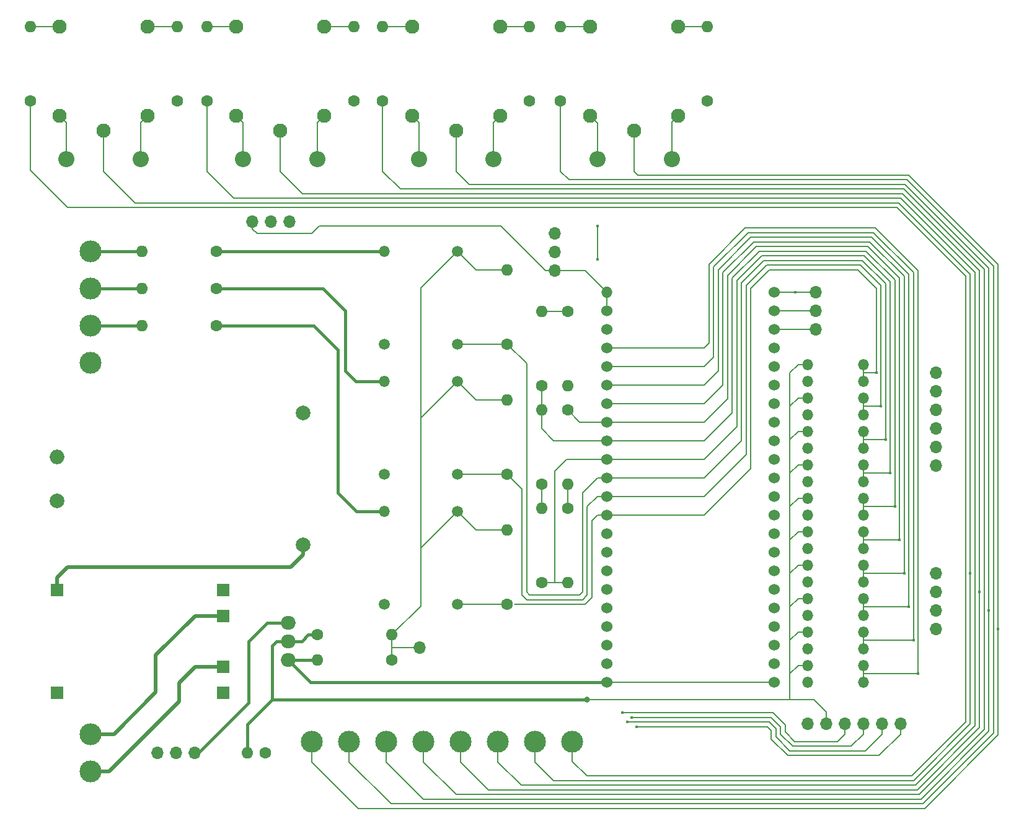
<source format=gbr>
%TF.GenerationSoftware,KiCad,Pcbnew,7.0.10*%
%TF.CreationDate,2024-04-01T07:54:26-03:00*%
%TF.ProjectId,board,626f6172-642e-46b6-9963-61645f706362,1.5*%
%TF.SameCoordinates,Original*%
%TF.FileFunction,Copper,L1,Top*%
%TF.FilePolarity,Positive*%
%FSLAX46Y46*%
G04 Gerber Fmt 4.6, Leading zero omitted, Abs format (unit mm)*
G04 Created by KiCad (PCBNEW 7.0.10) date 2024-04-01 07:54:26*
%MOMM*%
%LPD*%
G01*
G04 APERTURE LIST*
%TA.AperFunction,ComponentPad*%
%ADD10C,1.600000*%
%TD*%
%TA.AperFunction,ComponentPad*%
%ADD11O,1.600000X1.600000*%
%TD*%
%TA.AperFunction,ComponentPad*%
%ADD12O,3.000000X3.000000*%
%TD*%
%TA.AperFunction,ComponentPad*%
%ADD13C,3.000000*%
%TD*%
%TA.AperFunction,ComponentPad*%
%ADD14C,1.950000*%
%TD*%
%TA.AperFunction,ComponentPad*%
%ADD15O,1.700000X1.700000*%
%TD*%
%TA.AperFunction,ComponentPad*%
%ADD16O,1.500000X1.500000*%
%TD*%
%TA.AperFunction,ComponentPad*%
%ADD17O,1.508000X1.508000*%
%TD*%
%TA.AperFunction,ComponentPad*%
%ADD18C,1.508000*%
%TD*%
%TA.AperFunction,ComponentPad*%
%ADD19R,1.676400X1.676400*%
%TD*%
%TA.AperFunction,ComponentPad*%
%ADD20O,2.000000X2.000000*%
%TD*%
%TA.AperFunction,ComponentPad*%
%ADD21C,2.000000*%
%TD*%
%TA.AperFunction,ComponentPad*%
%ADD22O,2.200000X2.200000*%
%TD*%
%TA.AperFunction,ComponentPad*%
%ADD23O,1.530000X1.530000*%
%TD*%
%TA.AperFunction,ComponentPad*%
%ADD24C,1.530000*%
%TD*%
%TA.AperFunction,ComponentPad*%
%ADD25O,2.000000X1.905000*%
%TD*%
%TA.AperFunction,ViaPad*%
%ADD26C,0.400000*%
%TD*%
%TA.AperFunction,ViaPad*%
%ADD27C,0.800000*%
%TD*%
%TA.AperFunction,Conductor*%
%ADD28C,0.200000*%
%TD*%
%TA.AperFunction,Conductor*%
%ADD29C,0.400000*%
%TD*%
%TA.AperFunction,Conductor*%
%ADD30C,0.500000*%
%TD*%
G04 APERTURE END LIST*
D10*
%TO.P,R21,1*%
%TO.N,TC A-1*%
X150489400Y-48690400D03*
D11*
%TO.P,R21,2*%
%TO.N,Net-(K3-PadNO)*%
X150489400Y-38530400D03*
%TD*%
D12*
%TO.P,J6,1,Pin_1*%
%TO.N,C Cwave*%
X130931400Y-136297400D03*
D13*
%TO.P,J6,2,Pin_2*%
%TO.N,TC A-1*%
X136011400Y-136297400D03*
%TD*%
D14*
%TO.P,K2,COIL1*%
%TO.N,Select C Level*%
X110453400Y-50730400D03*
%TO.P,K2,COIL2*%
%TO.N,GND*%
X122453400Y-50730400D03*
%TO.P,K2,COM*%
%TO.N,B Cwave*%
X116453400Y-52730400D03*
%TO.P,K2,NC*%
%TO.N,Net-(K2-PadNC)*%
X110453400Y-38530400D03*
%TO.P,K2,NO*%
%TO.N,Net-(K2-PadNO)*%
X122453400Y-38530400D03*
%TD*%
D10*
%TO.P,R15,1*%
%TO.N,TC A-1*%
X82290400Y-48690400D03*
D11*
%TO.P,R15,2*%
%TO.N,Net-(K1-PadNC)*%
X82290400Y-38530400D03*
%TD*%
D14*
%TO.P,K4,COIL1*%
%TO.N,Select C Level*%
X158744400Y-50730400D03*
%TO.P,K4,COIL2*%
%TO.N,GND*%
X170744400Y-50730400D03*
%TO.P,K4,COM*%
%TO.N,N Cwave*%
X164744400Y-52730400D03*
%TO.P,K4,NC*%
%TO.N,Net-(K4-PadNC)*%
X158744400Y-38530400D03*
%TO.P,K4,NO*%
%TO.N,Net-(K4-PadNO)*%
X170744400Y-38530400D03*
%TD*%
D15*
%TO.P,P1,1,Pin_1*%
%TO.N,UART RX*%
X189605400Y-79909400D03*
%TO.P,P1,2,Pin_2*%
%TO.N,UART TX*%
X189605400Y-77369400D03*
%TO.P,P1,3,Pin_3*%
%TO.N,GND*%
X189605400Y-74829400D03*
%TD*%
D10*
%TO.P,R10,1*%
%TO.N,B Vwave*%
X152140400Y-101118400D03*
D11*
%TO.P,R10,2*%
%TO.N,AB Vwave*%
X152140400Y-90958400D03*
%TD*%
D10*
%TO.P,R22,1*%
%TO.N,TC A-1*%
X174746400Y-48690400D03*
D11*
%TO.P,R22,2*%
%TO.N,Net-(K4-PadNO)*%
X174746400Y-38530400D03*
%TD*%
D10*
%TO.P,R5,1*%
%TO.N,Net-(R5-Pad1)*%
X107690400Y-79401400D03*
D11*
%TO.P,R5,2*%
%TO.N,Line C*%
X97530400Y-79401400D03*
%TD*%
D16*
%TO.P,DZ5,1,K*%
%TO.N,Vcc*%
X188462400Y-93879400D03*
%TO.P,DZ5,2,A*%
%TO.N,A Vwave*%
X196082400Y-93879400D03*
%TD*%
D17*
%TO.P,T1,1*%
%TO.N,Net-(R3-Pad1)*%
X130630400Y-69241400D03*
D18*
%TO.P,T1,2*%
%TO.N,Neutral*%
X130630400Y-81941400D03*
%TO.P,T1,3*%
%TO.N,A Vwave*%
X140630400Y-81941400D03*
%TO.P,T1,4*%
%TO.N,TC A-1*%
X140630400Y-69241400D03*
%TD*%
D10*
%TO.P,R8,1*%
%TO.N,C Vwave*%
X147441400Y-117501400D03*
D11*
%TO.P,R8,2*%
%TO.N,TC A-1*%
X147441400Y-107341400D03*
%TD*%
D19*
%TO.P,U1,B+,B+*%
%TO.N,Battery +*%
X108665400Y-119081400D03*
%TO.P,U1,B-,B-*%
%TO.N,Battery -*%
X108665400Y-126081400D03*
%TO.P,U1,IN+,IN+*%
%TO.N,Net-(PS1-+Vout)*%
X85915400Y-115581400D03*
%TO.P,U1,IN-,IN-*%
%TO.N,Net-(PS1--Vout)*%
X85915400Y-129581400D03*
%TO.P,U1,OUT+,OUT+*%
%TO.N,Vin*%
X108665400Y-115581400D03*
%TO.P,U1,OUT-,OUT-*%
%TO.N,GND*%
X108665400Y-129581400D03*
%TD*%
D15*
%TO.P,P3,1,Pin_1*%
%TO.N,A Cwave*%
X205988400Y-113310400D03*
%TO.P,P3,2,Pin_2*%
%TO.N,B Cwave*%
X205988400Y-115850400D03*
%TO.P,P3,3,Pin_3*%
%TO.N,C Cwave*%
X205988400Y-118390400D03*
%TO.P,P3,4,Pin_4*%
%TO.N,N Cwave*%
X205988400Y-120930400D03*
%TD*%
D10*
%TO.P,R20,1*%
%TO.N,TC A-1*%
X126486400Y-48690400D03*
D11*
%TO.P,R20,2*%
%TO.N,Net-(K2-PadNO)*%
X126486400Y-38530400D03*
%TD*%
D16*
%TO.P,DZ13,1,K*%
%TO.N,Vcc*%
X188462400Y-112167400D03*
%TO.P,DZ13,2,A*%
%TO.N,A Cwave*%
X196082400Y-112167400D03*
%TD*%
%TO.P,DZ4,1,K*%
%TO.N,B Vwave*%
X196082400Y-91593400D03*
%TO.P,DZ4,2,A*%
%TO.N,GND*%
X188462400Y-91593400D03*
%TD*%
D15*
%TO.P,P2,1,Pin_1*%
%TO.N,TC A-1*%
X135452600Y-123394200D03*
%TD*%
D16*
%TO.P,DZ9,1,K*%
%TO.N,Vcc*%
X188462400Y-103023400D03*
%TO.P,DZ9,2,A*%
%TO.N,AB Vwave*%
X196082400Y-103023400D03*
%TD*%
%TO.P,DZ1,1,K*%
%TO.N,Vcc*%
X188457400Y-84735400D03*
%TO.P,DZ1,2,A*%
%TO.N,C Vwave*%
X196077400Y-84735400D03*
%TD*%
D10*
%TO.P,R11,1*%
%TO.N,BC Vwave*%
X152140400Y-114580400D03*
D11*
%TO.P,R11,2*%
%TO.N,B Vwave*%
X152140400Y-104420400D03*
%TD*%
%TO.P,C1,1*%
%TO.N,Vcc*%
X111921400Y-137821400D03*
D10*
%TO.P,C1,2*%
%TO.N,GND*%
X114421400Y-137821400D03*
%TD*%
D16*
%TO.P,DZ12,1,K*%
%TO.N,CA Vwave*%
X196082400Y-109881400D03*
%TO.P,DZ12,2,A*%
%TO.N,GND*%
X188462400Y-109881400D03*
%TD*%
D10*
%TO.P,R19,1*%
%TO.N,TC A-1*%
X102356400Y-48690400D03*
D11*
%TO.P,R19,2*%
%TO.N,Net-(K1-PadNO)*%
X102356400Y-38530400D03*
%TD*%
D10*
%TO.P,R1,1*%
%TO.N,Vcc*%
X121533400Y-121692400D03*
D11*
%TO.P,R1,2*%
%TO.N,TC A-1*%
X131693400Y-121692400D03*
%TD*%
D15*
%TO.P,SW3,1,A*%
%TO.N,Vcc*%
X112643400Y-65177400D03*
%TO.P,SW3,2,B*%
%TO.N,Select C Level*%
X115183400Y-65177400D03*
%TO.P,SW3,3,C*%
%TO.N,GND*%
X117723400Y-65177400D03*
%TD*%
D12*
%TO.P,J3,1,Pin_1*%
%TO.N,Line A*%
X90545400Y-69241400D03*
D13*
%TO.P,J3,2,Pin_2*%
%TO.N,Line B*%
X90545400Y-74321400D03*
%TD*%
D10*
%TO.P,R2,1*%
%TO.N,TC A-1*%
X131693400Y-125121400D03*
D11*
%TO.P,R2,2*%
%TO.N,GND*%
X121533400Y-125121400D03*
%TD*%
D16*
%TO.P,DZ8,1,K*%
%TO.N,BC Vwave*%
X196082400Y-100737400D03*
%TO.P,DZ8,2,A*%
%TO.N,GND*%
X188462400Y-100737400D03*
%TD*%
D10*
%TO.P,R9,1*%
%TO.N,AB Vwave*%
X152140400Y-87656400D03*
D11*
%TO.P,R9,2*%
%TO.N,A Vwave*%
X152140400Y-77496400D03*
%TD*%
D16*
%TO.P,DZ3,1,K*%
%TO.N,Vcc*%
X188457400Y-89307400D03*
%TO.P,DZ3,2,A*%
%TO.N,B Vwave*%
X196077400Y-89307400D03*
%TD*%
D17*
%TO.P,T2,1*%
%TO.N,Net-(R4-Pad1)*%
X130630400Y-87021400D03*
D18*
%TO.P,T2,2*%
%TO.N,Neutral*%
X130630400Y-99721400D03*
%TO.P,T2,3*%
%TO.N,B Vwave*%
X140630400Y-99721400D03*
%TO.P,T2,4*%
%TO.N,TC A-1*%
X140630400Y-87021400D03*
%TD*%
D16*
%TO.P,DZ17,1,K*%
%TO.N,Vcc*%
X188457400Y-121311400D03*
%TO.P,DZ17,2,A*%
%TO.N,C Cwave*%
X196077400Y-121311400D03*
%TD*%
D15*
%TO.P,SW2,1,A*%
%TO.N,Vcc*%
X153918400Y-71908400D03*
%TO.P,SW2,2,B*%
%TO.N,System Type*%
X153918400Y-69368400D03*
%TO.P,SW2,3,C*%
%TO.N,GND*%
X153918400Y-66828400D03*
%TD*%
D20*
%TO.P,PS1,1,AC/L*%
%TO.N,Line A*%
X85947900Y-97356400D03*
D21*
%TO.P,PS1,2,AC/N*%
%TO.N,Neutral*%
X85947900Y-103356400D03*
%TO.P,PS1,3,-Vout*%
%TO.N,Net-(PS1--Vout)*%
X119547900Y-91356400D03*
%TO.P,PS1,4,+Vout*%
%TO.N,Net-(PS1-+Vout)*%
X119547900Y-109356400D03*
%TD*%
D16*
%TO.P,DZ14,1,K*%
%TO.N,A Cwave*%
X196082400Y-114453400D03*
%TO.P,DZ14,2,A*%
%TO.N,GND*%
X188462400Y-114453400D03*
%TD*%
%TO.P,DZ2,1,K*%
%TO.N,C Vwave*%
X196082400Y-87021400D03*
%TO.P,DZ2,2,A*%
%TO.N,GND*%
X188462400Y-87021400D03*
%TD*%
%TO.P,DZ19,1,K*%
%TO.N,Vcc*%
X188462400Y-125883400D03*
%TO.P,DZ19,2,A*%
%TO.N,N Cwave*%
X196082400Y-125883400D03*
%TD*%
D12*
%TO.P,J4,1,Pin_1*%
%TO.N,A Cwave*%
X151251400Y-136297400D03*
D13*
%TO.P,J4,2,Pin_2*%
%TO.N,TC A-1*%
X156331400Y-136297400D03*
%TD*%
D22*
%TO.P,D4,1,K*%
%TO.N,Select C Level*%
X159760400Y-56668400D03*
%TO.P,D4,2,A*%
%TO.N,GND*%
X169920400Y-56668400D03*
%TD*%
D10*
%TO.P,R3,1*%
%TO.N,Net-(R3-Pad1)*%
X107690400Y-69241400D03*
D11*
%TO.P,R3,2*%
%TO.N,Line A*%
X97530400Y-69241400D03*
%TD*%
D16*
%TO.P,DZ11,1,K*%
%TO.N,Vcc*%
X188462400Y-107595400D03*
%TO.P,DZ11,2,A*%
%TO.N,CA Vwave*%
X196082400Y-107595400D03*
%TD*%
%TO.P,DZ7,1,K*%
%TO.N,Vcc*%
X188462400Y-98451400D03*
%TO.P,DZ7,2,A*%
%TO.N,BC Vwave*%
X196082400Y-98451400D03*
%TD*%
D22*
%TO.P,D2,1,K*%
%TO.N,Select C Level*%
X111373400Y-56668400D03*
%TO.P,D2,2,A*%
%TO.N,GND*%
X121533400Y-56668400D03*
%TD*%
D12*
%TO.P,J7,1,Pin_1*%
%TO.N,N Cwave*%
X120771400Y-136297400D03*
D13*
%TO.P,J7,2,Pin_2*%
%TO.N,TC A-1*%
X125851400Y-136297400D03*
%TD*%
D22*
%TO.P,D3,1,K*%
%TO.N,Select C Level*%
X135376400Y-56668400D03*
%TO.P,D3,2,A*%
%TO.N,GND*%
X145536400Y-56668400D03*
%TD*%
D10*
%TO.P,R7,1*%
%TO.N,B Vwave*%
X147441400Y-99721400D03*
D11*
%TO.P,R7,2*%
%TO.N,TC A-1*%
X147441400Y-89561400D03*
%TD*%
D14*
%TO.P,K1,COIL1*%
%TO.N,Select C Level*%
X86323400Y-50730400D03*
%TO.P,K1,COIL2*%
%TO.N,GND*%
X98323400Y-50730400D03*
%TO.P,K1,COM*%
%TO.N,A Cwave*%
X92323400Y-52730400D03*
%TO.P,K1,NC*%
%TO.N,Net-(K1-PadNC)*%
X86323400Y-38530400D03*
%TO.P,K1,NO*%
%TO.N,Net-(K1-PadNO)*%
X98323400Y-38530400D03*
%TD*%
D10*
%TO.P,R12,1*%
%TO.N,C Vwave*%
X155696400Y-104420400D03*
D11*
%TO.P,R12,2*%
%TO.N,BC Vwave*%
X155696400Y-114580400D03*
%TD*%
D16*
%TO.P,DZ16,1,K*%
%TO.N,B Cwave*%
X196082400Y-119025400D03*
%TO.P,DZ16,2,A*%
%TO.N,GND*%
X188462400Y-119025400D03*
%TD*%
%TO.P,DZ18,1,K*%
%TO.N,C Cwave*%
X196087400Y-123597400D03*
%TO.P,DZ18,2,A*%
%TO.N,GND*%
X188467400Y-123597400D03*
%TD*%
D10*
%TO.P,R17,1*%
%TO.N,TC A-1*%
X130423400Y-48690400D03*
D11*
%TO.P,R17,2*%
%TO.N,Net-(K3-PadNC)*%
X130423400Y-38530400D03*
%TD*%
D10*
%TO.P,R13,1*%
%TO.N,CA Vwave*%
X155696400Y-90958400D03*
D11*
%TO.P,R13,2*%
%TO.N,C Vwave*%
X155696400Y-101118400D03*
%TD*%
D10*
%TO.P,R4,1*%
%TO.N,Net-(R4-Pad1)*%
X107690400Y-74321400D03*
D11*
%TO.P,R4,2*%
%TO.N,Line B*%
X97530400Y-74321400D03*
%TD*%
D10*
%TO.P,R14,1*%
%TO.N,A Vwave*%
X155696400Y-77496400D03*
D11*
%TO.P,R14,2*%
%TO.N,CA Vwave*%
X155696400Y-87656400D03*
%TD*%
D12*
%TO.P,J2,1,Pin_1*%
%TO.N,Line C*%
X90545400Y-79401400D03*
D13*
%TO.P,J2,2,Pin_2*%
%TO.N,Neutral*%
X90545400Y-84481400D03*
%TD*%
D15*
%TO.P,P4,1,Pin_1*%
%TO.N,C Vwave*%
X205988400Y-85878400D03*
%TO.P,P4,2,Pin_2*%
%TO.N,B Vwave*%
X205988400Y-88418400D03*
%TO.P,P4,3,Pin_3*%
%TO.N,A Vwave*%
X205988400Y-90958400D03*
%TO.P,P4,4,Pin_4*%
%TO.N,BC Vwave*%
X205988400Y-93498400D03*
%TO.P,P4,5,Pin_5*%
%TO.N,AB Vwave*%
X205988400Y-96038400D03*
%TO.P,P4,6,Pin_6*%
%TO.N,CA Vwave*%
X205988400Y-98578400D03*
%TD*%
D16*
%TO.P,DZ6,1,K*%
%TO.N,A Vwave*%
X196087400Y-96165400D03*
%TO.P,DZ6,2,A*%
%TO.N,GND*%
X188467400Y-96165400D03*
%TD*%
%TO.P,DZ10,1,K*%
%TO.N,AB Vwave*%
X196082400Y-105309400D03*
%TO.P,DZ10,2,A*%
%TO.N,GND*%
X188462400Y-105309400D03*
%TD*%
%TO.P,DZ20,1,K*%
%TO.N,N Cwave*%
X196082400Y-128169400D03*
%TO.P,DZ20,2,A*%
%TO.N,GND*%
X188462400Y-128169400D03*
%TD*%
D23*
%TO.P,MCU1,J1_1,3V3*%
%TO.N,Vcc*%
X161030400Y-74829400D03*
D24*
%TO.P,MCU1,J1_2,3V3__1*%
X161030400Y-77369400D03*
%TO.P,MCU1,J1_3,RST*%
%TO.N,unconnected-(MCU1-RST-PadJ1_3)*%
X161030400Y-79909400D03*
%TO.P,MCU1,J1_4,GPIO4*%
%TO.N,N Cwave*%
X161030400Y-82449400D03*
%TO.P,MCU1,J1_5,GPIO5*%
%TO.N,C Cwave*%
X161030400Y-84989400D03*
%TO.P,MCU1,J1_6,GPIO6*%
%TO.N,B Cwave*%
X161030400Y-87529400D03*
%TO.P,MCU1,J1_7,GPIO7*%
%TO.N,A Cwave*%
X161030400Y-90069400D03*
%TO.P,MCU1,J1_8,GPIO15*%
%TO.N,CA Vwave*%
X161030400Y-92609400D03*
%TO.P,MCU1,J1_9,GPIO16*%
%TO.N,AB Vwave*%
X161030400Y-95149400D03*
%TO.P,MCU1,J1_10,GPIO17*%
%TO.N,BC Vwave*%
X161030400Y-97689400D03*
%TO.P,MCU1,J1_11,GPIO18*%
%TO.N,A Vwave*%
X161030400Y-100229400D03*
%TO.P,MCU1,J1_12,GPIO8*%
%TO.N,B Vwave*%
X161030400Y-102769400D03*
%TO.P,MCU1,J1_13,GPIO3*%
%TO.N,C Vwave*%
X161030400Y-105309400D03*
%TO.P,MCU1,J1_14,GPIO46*%
%TO.N,unconnected-(MCU1-GPIO46-PadJ1_14)*%
X161030400Y-107849400D03*
%TO.P,MCU1,J1_15,GPIO9*%
%TO.N,unconnected-(MCU1-GPIO9-PadJ1_15)*%
X161030400Y-110389400D03*
%TO.P,MCU1,J1_16,GPIO10*%
%TO.N,CS*%
X161030400Y-112929400D03*
%TO.P,MCU1,J1_17,GPIO11*%
%TO.N,MOSI*%
X161030400Y-115469400D03*
%TO.P,MCU1,J1_18,GPIO12*%
%TO.N,SCK*%
X161030400Y-118009400D03*
%TO.P,MCU1,J1_19,GPIO13*%
%TO.N,MISO*%
X161030400Y-120549400D03*
%TO.P,MCU1,J1_20,GPIO14*%
%TO.N,unconnected-(MCU1-GPIO14-PadJ1_20)*%
X161030400Y-123089400D03*
%TO.P,MCU1,J1_21,5V0*%
%TO.N,unconnected-(MCU1-5V0-PadJ1_21)*%
X161030400Y-125629400D03*
%TO.P,MCU1,J1_22,GND*%
%TO.N,GND*%
X161030400Y-128169400D03*
%TO.P,MCU1,J3_1,GND__1*%
X183890400Y-74829400D03*
%TO.P,MCU1,J3_2,U0TXD/GPIO43*%
%TO.N,UART TX*%
X183890400Y-77369400D03*
%TO.P,MCU1,J3_3,U0RXD/GPIO44*%
%TO.N,UART RX*%
X183890400Y-79909400D03*
%TO.P,MCU1,J3_4,GPIO1*%
%TO.N,System Type*%
X183890400Y-82449400D03*
%TO.P,MCU1,J3_5,GPIO2*%
%TO.N,Select C Level*%
X183890400Y-84989400D03*
%TO.P,MCU1,J3_6,MTMS/GPIO42*%
%TO.N,unconnected-(MCU1-MTMS{slash}GPIO42-PadJ3_6)*%
X183890400Y-87529400D03*
%TO.P,MCU1,J3_7,MTDI/GPIO41*%
%TO.N,unconnected-(MCU1-MTDI{slash}GPIO41-PadJ3_7)*%
X183890400Y-90069400D03*
%TO.P,MCU1,J3_8,MTDO/GPIO40*%
%TO.N,unconnected-(MCU1-MTDO{slash}GPIO40-PadJ3_8)*%
X183890400Y-92609400D03*
%TO.P,MCU1,J3_9,MTCK/GPIO39*%
%TO.N,unconnected-(MCU1-MTCK{slash}GPIO39-PadJ3_9)*%
X183890400Y-95149400D03*
%TO.P,MCU1,J3_10,GPIO38*%
%TO.N,unconnected-(MCU1-GPIO38-PadJ3_10)*%
X183890400Y-97689400D03*
%TO.P,MCU1,J3_11,GPIO37*%
%TO.N,unconnected-(MCU1-GPIO37-PadJ3_11)*%
X183890400Y-100229400D03*
%TO.P,MCU1,J3_12,GPIO36*%
%TO.N,unconnected-(MCU1-GPIO36-PadJ3_12)*%
X183890400Y-102769400D03*
%TO.P,MCU1,J3_13,GPIO35*%
%TO.N,unconnected-(MCU1-GPIO35-PadJ3_13)*%
X183890400Y-105309400D03*
%TO.P,MCU1,J3_14,GPIO0*%
%TO.N,unconnected-(MCU1-GPIO0-PadJ3_14)*%
X183890400Y-107849400D03*
%TO.P,MCU1,J3_15,GPIO45*%
%TO.N,unconnected-(MCU1-GPIO45-PadJ3_15)*%
X183890400Y-110389400D03*
%TO.P,MCU1,J3_16,GPIO48*%
%TO.N,unconnected-(MCU1-GPIO48-PadJ3_16)*%
X183890400Y-112929400D03*
%TO.P,MCU1,J3_17,GPIO47*%
%TO.N,unconnected-(MCU1-GPIO47-PadJ3_17)*%
X183890400Y-115469400D03*
%TO.P,MCU1,J3_18,GPIO21*%
%TO.N,unconnected-(MCU1-GPIO21-PadJ3_18)*%
X183890400Y-118009400D03*
%TO.P,MCU1,J3_19,USB_D+/GPIO20*%
%TO.N,unconnected-(MCU1-USB_D+{slash}GPIO20-PadJ3_19)*%
X183890400Y-120549400D03*
%TO.P,MCU1,J3_20,USB_D-/GPIO19*%
%TO.N,unconnected-(MCU1-USB_D-{slash}GPIO19-PadJ3_20)*%
X183890400Y-123089400D03*
%TO.P,MCU1,J3_21,GND__2*%
%TO.N,unconnected-(MCU1-GND__2-PadJ3_21)*%
X183890400Y-125629400D03*
%TO.P,MCU1,J3_22,GND__3*%
%TO.N,GND*%
X183890400Y-128169400D03*
%TD*%
D10*
%TO.P,R18,1*%
%TO.N,TC A-1*%
X154680400Y-48690400D03*
D11*
%TO.P,R18,2*%
%TO.N,Net-(K4-PadNC)*%
X154680400Y-38530400D03*
%TD*%
D12*
%TO.P,J5,1,Pin_1*%
%TO.N,B Cwave*%
X141091400Y-136297400D03*
D13*
%TO.P,J5,2,Pin_2*%
%TO.N,TC A-1*%
X146171400Y-136297400D03*
%TD*%
D17*
%TO.P,T3,1*%
%TO.N,Net-(R5-Pad1)*%
X130630400Y-104801400D03*
D18*
%TO.P,T3,2*%
%TO.N,Neutral*%
X130630400Y-117501400D03*
%TO.P,T3,3*%
%TO.N,C Vwave*%
X140630400Y-117501400D03*
%TO.P,T3,4*%
%TO.N,TC A-1*%
X140630400Y-104801400D03*
%TD*%
D22*
%TO.P,D1,1,K*%
%TO.N,Select C Level*%
X87243400Y-56668400D03*
%TO.P,D1,2,A*%
%TO.N,GND*%
X97403400Y-56668400D03*
%TD*%
D12*
%TO.P,J1,1,Pin_1*%
%TO.N,Battery +*%
X90545400Y-135281400D03*
D13*
%TO.P,J1,2,Pin_2*%
%TO.N,Battery -*%
X90545400Y-140361400D03*
%TD*%
D15*
%TO.P,SW1,1,A*%
%TO.N,unconnected-(SW1A-A-Pad1)*%
X99689400Y-137821400D03*
%TO.P,SW1,2,B*%
%TO.N,Vin*%
X102229400Y-137821400D03*
%TO.P,SW1,3,C*%
%TO.N,Net-(SW1A-C)*%
X104769400Y-137821400D03*
%TD*%
D25*
%TO.P,U2,1,GND*%
%TO.N,GND*%
X117525400Y-125121400D03*
%TO.P,U2,2,VO*%
%TO.N,Vcc*%
X117525400Y-122581400D03*
%TO.P,U2,3,VI*%
%TO.N,Net-(SW1A-C)*%
X117525400Y-120041400D03*
%TD*%
D16*
%TO.P,DZ15,1,K*%
%TO.N,Vcc*%
X188462400Y-116739400D03*
%TO.P,DZ15,2,A*%
%TO.N,B Cwave*%
X196082400Y-116739400D03*
%TD*%
D10*
%TO.P,R16,1*%
%TO.N,TC A-1*%
X106420400Y-48690400D03*
D11*
%TO.P,R16,2*%
%TO.N,Net-(K2-PadNC)*%
X106420400Y-38530400D03*
%TD*%
D14*
%TO.P,K3,COIL1*%
%TO.N,Select C Level*%
X134456400Y-50730400D03*
%TO.P,K3,COIL2*%
%TO.N,GND*%
X146456400Y-50730400D03*
%TO.P,K3,COM*%
%TO.N,C Cwave*%
X140456400Y-52730400D03*
%TO.P,K3,NC*%
%TO.N,Net-(K3-PadNC)*%
X134456400Y-38530400D03*
%TO.P,K3,NO*%
%TO.N,Net-(K3-PadNO)*%
X146456400Y-38530400D03*
%TD*%
D10*
%TO.P,R6,1*%
%TO.N,A Vwave*%
X147441400Y-81941400D03*
D11*
%TO.P,R6,2*%
%TO.N,TC A-1*%
X147441400Y-71781400D03*
%TD*%
D15*
%TO.P,P5,1,Pin_1*%
%TO.N,GND*%
X188462400Y-133884400D03*
%TO.P,P5,2,Pin_2*%
%TO.N,Vcc*%
X191002400Y-133884400D03*
%TO.P,P5,3,Pin_3*%
%TO.N,MISO*%
X193542400Y-133884400D03*
%TO.P,P5,4,Pin_4*%
%TO.N,MOSI*%
X196082400Y-133884400D03*
%TO.P,P5,5,Pin_5*%
%TO.N,SCK*%
X198622400Y-133884400D03*
%TO.P,P5,6,Pin_6*%
%TO.N,CS*%
X201162400Y-133884400D03*
%TD*%
D26*
%TO.N,A Vwave*%
X199130400Y-95022400D03*
%TO.N,B Vwave*%
X198495400Y-90450400D03*
%TO.N,C Vwave*%
X197860400Y-85878400D03*
%TO.N,AB Vwave*%
X200400400Y-104166400D03*
%TO.N,CA Vwave*%
X201035400Y-108738400D03*
%TO.N,BC Vwave*%
X199765400Y-99594400D03*
D27*
%TO.N,Vcc*%
X158363400Y-130582400D03*
D26*
%TO.N,GND*%
X186811400Y-74829400D03*
%TO.N,A Cwave*%
X201670400Y-113310400D03*
X210687400Y-113310400D03*
%TO.N,B Cwave*%
X211957400Y-115850400D03*
X202305400Y-117882400D03*
%TO.N,C Cwave*%
X213227400Y-118390400D03*
X202940400Y-122454400D03*
%TO.N,N Cwave*%
X214497400Y-120930400D03*
X203575400Y-127026400D03*
%TO.N,Select C Level*%
X159760400Y-70384400D03*
X159760400Y-65812400D03*
%TO.N,CS*%
X165094400Y-134265400D03*
%TO.N,MOSI*%
X164459400Y-132995400D03*
%TO.N,SCK*%
X163824400Y-133630400D03*
%TO.N,MISO*%
X163189400Y-132360400D03*
%TD*%
D28*
%TO.N,A Vwave*%
X159760400Y-100229400D02*
X161030400Y-100229400D01*
X199130400Y-73686400D02*
X195955400Y-70511400D01*
X150108400Y-84608400D02*
X150108400Y-115850400D01*
X182493400Y-70511400D02*
X179445400Y-73559400D01*
X150489400Y-116231400D02*
X157347400Y-116231400D01*
X157347400Y-116231400D02*
X157728400Y-115850400D01*
X199130400Y-95022400D02*
X199130400Y-73686400D01*
X196082400Y-93879400D02*
X196082400Y-95022400D01*
X157728400Y-102261400D02*
X159760400Y-100229400D01*
X179445400Y-73559400D02*
X179445400Y-95149400D01*
X195955400Y-70511400D02*
X182493400Y-70511400D01*
X150108400Y-115850400D02*
X150489400Y-116231400D01*
X147441400Y-81941400D02*
X150108400Y-84608400D01*
X157728400Y-115850400D02*
X157728400Y-102261400D01*
X179445400Y-95149400D02*
X174365400Y-100229400D01*
X196082400Y-96160400D02*
X196087400Y-96165400D01*
X199130400Y-95022400D02*
X196082400Y-95022400D01*
X152140400Y-77496400D02*
X155696400Y-77496400D01*
X140630400Y-81941400D02*
X147441400Y-81941400D01*
X196082400Y-95022400D02*
X196082400Y-96160400D01*
X174365400Y-100229400D02*
X161030400Y-100229400D01*
%TO.N,B Vwave*%
X150127400Y-116885400D02*
X157709400Y-116885400D01*
X152140400Y-101118400D02*
X152140400Y-104420400D01*
X180080400Y-97054400D02*
X174365400Y-102769400D01*
X159760400Y-102769400D02*
X161030400Y-102769400D01*
X182874400Y-71146400D02*
X180080400Y-73940400D01*
X147441400Y-99721400D02*
X149473400Y-101753400D01*
X158363400Y-116231400D02*
X158363400Y-104166400D01*
X180080400Y-73940400D02*
X180080400Y-97054400D01*
X158363400Y-104166400D02*
X159760400Y-102769400D01*
X149473400Y-116231400D02*
X150127400Y-116885400D01*
X198495400Y-90450400D02*
X198495400Y-73940400D01*
X195701400Y-71146400D02*
X182874400Y-71146400D01*
X157709400Y-116885400D02*
X158363400Y-116231400D01*
X149473400Y-101753400D02*
X149473400Y-116231400D01*
X196077400Y-91588400D02*
X196082400Y-91593400D01*
X198495400Y-73940400D02*
X195701400Y-71146400D01*
X174365400Y-102769400D02*
X161030400Y-102769400D01*
X198495400Y-90450400D02*
X196077400Y-90450400D01*
X196077400Y-90450400D02*
X196077400Y-91588400D01*
X140630400Y-99721400D02*
X147441400Y-99721400D01*
X196077400Y-89307400D02*
X196077400Y-90450400D01*
%TO.N,C Vwave*%
X159760400Y-105309400D02*
X158998400Y-106071400D01*
X195320400Y-71781400D02*
X183255400Y-71781400D01*
X158109400Y-117501400D02*
X148457400Y-117501400D01*
X197860400Y-85878400D02*
X197860400Y-74321400D01*
X180715400Y-74321400D02*
X180715400Y-98959400D01*
X174365400Y-105309400D02*
X161030400Y-105309400D01*
X196077400Y-84735400D02*
X196077400Y-85878400D01*
X196077400Y-85878400D02*
X197860400Y-85878400D01*
X158998400Y-106071400D02*
X158998400Y-116612400D01*
X161284400Y-105309400D02*
X159760400Y-105309400D01*
X196077400Y-87016400D02*
X196082400Y-87021400D01*
X180715400Y-98959400D02*
X174365400Y-105309400D01*
X158998400Y-116612400D02*
X158109400Y-117501400D01*
X155696400Y-101118400D02*
X155696400Y-104420400D01*
X197860400Y-74321400D02*
X195320400Y-71781400D01*
X183255400Y-71781400D02*
X180715400Y-74321400D01*
X196077400Y-85878400D02*
X196077400Y-87016400D01*
X140630400Y-117501400D02*
X147441400Y-117501400D01*
%TO.N,AB Vwave*%
X152140400Y-87656400D02*
X152140400Y-90958400D01*
X174365400Y-95149400D02*
X161030400Y-95149400D01*
X152140400Y-93498400D02*
X153791400Y-95149400D01*
X196082400Y-103023400D02*
X196082400Y-104166400D01*
X153791400Y-95149400D02*
X161030400Y-95149400D01*
X178175400Y-72924400D02*
X178175400Y-91339400D01*
X152140400Y-90958400D02*
X152140400Y-93498400D01*
X196463400Y-69241400D02*
X181858400Y-69241400D01*
X200400400Y-104166400D02*
X200400400Y-73178400D01*
X200400400Y-73178400D02*
X196463400Y-69241400D01*
X178175400Y-91339400D02*
X174365400Y-95149400D01*
X200400400Y-104166400D02*
X196082400Y-104166400D01*
X181858400Y-69241400D02*
X178175400Y-72924400D01*
X196082400Y-104166400D02*
X196082400Y-105309400D01*
%TO.N,CA Vwave*%
X196082400Y-108738400D02*
X196082400Y-109881400D01*
X177540400Y-89434400D02*
X174365400Y-92609400D01*
X174365400Y-92609400D02*
X161030400Y-92609400D01*
X177540400Y-72543400D02*
X177540400Y-89434400D01*
X201035400Y-108738400D02*
X196082400Y-108738400D01*
X201035400Y-108738400D02*
X201035400Y-72924400D01*
X155696400Y-90958400D02*
X157347400Y-92609400D01*
X201035400Y-72924400D02*
X196717400Y-68606400D01*
X157347400Y-92609400D02*
X161030400Y-92609400D01*
X196717400Y-68606400D02*
X181477400Y-68606400D01*
X181477400Y-68606400D02*
X177540400Y-72543400D01*
X196082400Y-107595400D02*
X196082400Y-108738400D01*
%TO.N,BC Vwave*%
X178810400Y-73241900D02*
X178810400Y-93244400D01*
X182175900Y-69876400D02*
X178810400Y-73241900D01*
X199765400Y-73432400D02*
X196209400Y-69876400D01*
X199765400Y-99594400D02*
X196082400Y-99594400D01*
X174365400Y-97689400D02*
X161030400Y-97689400D01*
X153918400Y-114580400D02*
X153918400Y-99340400D01*
X196082400Y-98451400D02*
X196082400Y-99594400D01*
X199765400Y-99594400D02*
X199765400Y-73432400D01*
X178810400Y-93244400D02*
X174365400Y-97689400D01*
X196082400Y-99594400D02*
X196082400Y-100737400D01*
X155569400Y-97689400D02*
X161030400Y-97689400D01*
X152140400Y-114580400D02*
X155696400Y-114580400D01*
X153918400Y-99340400D02*
X155569400Y-97689400D01*
X196209400Y-69876400D02*
X182175900Y-69876400D01*
D29*
%TO.N,Line B*%
X90545400Y-74321400D02*
X97530400Y-74321400D01*
%TO.N,Line A*%
X90545400Y-69241400D02*
X97530400Y-69241400D01*
%TO.N,Line C*%
X90545400Y-79401400D02*
X97530400Y-79401400D01*
%TO.N,Net-(R3-Pad1)*%
X107690400Y-69241400D02*
X130630400Y-69241400D01*
%TO.N,Net-(R4-Pad1)*%
X126740400Y-87021400D02*
X130630400Y-87021400D01*
X107690400Y-74321400D02*
X122295400Y-74321400D01*
X125343400Y-85624400D02*
X126740400Y-87021400D01*
X122295400Y-74321400D02*
X125343400Y-77369400D01*
X125343400Y-77369400D02*
X125343400Y-85624400D01*
%TO.N,Net-(R5-Pad1)*%
X107690400Y-79401400D02*
X121025400Y-79401400D01*
X121025400Y-79401400D02*
X124327400Y-82703400D01*
X124327400Y-102261400D02*
X126867400Y-104801400D01*
X124327400Y-82703400D02*
X124327400Y-102261400D01*
X126867400Y-104801400D02*
X130630400Y-104801400D01*
%TO.N,Vcc*%
X115945400Y-122581400D02*
X115310400Y-123216400D01*
D28*
X189351400Y-130582400D02*
X186049400Y-130582400D01*
X186049400Y-113310400D02*
X186049400Y-117882400D01*
X186049400Y-130582400D02*
X158363400Y-130582400D01*
X113278400Y-66828400D02*
X120771400Y-66828400D01*
X186049400Y-95022400D02*
X186049400Y-99594400D01*
X158109400Y-71908400D02*
X153918400Y-71908400D01*
X187192400Y-103023400D02*
X186049400Y-104166400D01*
X186049400Y-122454400D02*
X186049400Y-127026400D01*
D29*
X120263400Y-121692400D02*
X121533400Y-121692400D01*
D28*
X188462400Y-107595400D02*
X187192400Y-107595400D01*
X186049400Y-99594400D02*
X186049400Y-104166400D01*
X186049400Y-117882400D02*
X186049400Y-122454400D01*
D29*
X158363400Y-130582400D02*
X115310400Y-130582400D01*
D28*
X187192400Y-116739400D02*
X186049400Y-117882400D01*
X187192400Y-84735400D02*
X186049400Y-85878400D01*
X186049400Y-104166400D02*
X186049400Y-108738400D01*
X191002400Y-133884400D02*
X191002400Y-132233400D01*
X188462400Y-116739400D02*
X187192400Y-116739400D01*
D29*
X115310400Y-130582400D02*
X111921400Y-133971400D01*
D28*
X187192400Y-125883400D02*
X188462400Y-125883400D01*
X187192400Y-112167400D02*
X186049400Y-113310400D01*
X187192400Y-98451400D02*
X186049400Y-99594400D01*
D29*
X119374400Y-122581400D02*
X120263400Y-121692400D01*
X111921400Y-133971400D02*
X111921400Y-137821400D01*
D28*
X188462400Y-112167400D02*
X187192400Y-112167400D01*
X161030400Y-74829400D02*
X158109400Y-71908400D01*
X120771400Y-66828400D02*
X121787400Y-65812400D01*
X188462400Y-93879400D02*
X187192400Y-93879400D01*
X121787400Y-65812400D02*
X146552400Y-65812400D01*
X188457400Y-121311400D02*
X187192400Y-121311400D01*
X187192400Y-107595400D02*
X186049400Y-108738400D01*
X188457400Y-89307400D02*
X187192400Y-89307400D01*
D29*
X117525400Y-122581400D02*
X115945400Y-122581400D01*
D28*
X146552400Y-65812400D02*
X152648400Y-71908400D01*
X186049400Y-108738400D02*
X186049400Y-113310400D01*
X188462400Y-98451400D02*
X187192400Y-98451400D01*
X152648400Y-71908400D02*
X153918400Y-71908400D01*
X191002400Y-132233400D02*
X189351400Y-130582400D01*
X187192400Y-89307400D02*
X186049400Y-90450400D01*
X186049400Y-90450400D02*
X186049400Y-95022400D01*
X161030400Y-74829400D02*
X161030400Y-77369400D01*
X186049400Y-85878400D02*
X186049400Y-90450400D01*
X187192400Y-121311400D02*
X186049400Y-122454400D01*
X188462400Y-103023400D02*
X187192400Y-103023400D01*
X187192400Y-93879400D02*
X186049400Y-95022400D01*
D29*
X117525400Y-122581400D02*
X119374400Y-122581400D01*
D28*
X112643400Y-66193400D02*
X113278400Y-66828400D01*
D29*
X115310400Y-123216400D02*
X115310400Y-130582400D01*
D28*
X188457400Y-84735400D02*
X187192400Y-84735400D01*
X186049400Y-127026400D02*
X187192400Y-125883400D01*
X186049400Y-130582400D02*
X186049400Y-127026400D01*
X112643400Y-65177400D02*
X112643400Y-66193400D01*
%TO.N,GND*%
X97403400Y-56668400D02*
X97403400Y-51650400D01*
X121533400Y-51650400D02*
X122453400Y-50730400D01*
D29*
X117525400Y-125121400D02*
X120573400Y-128169400D01*
D28*
X183890400Y-74829400D02*
X186811400Y-74829400D01*
X169920400Y-56668400D02*
X169920400Y-51523400D01*
X145536400Y-56668400D02*
X145536400Y-51650400D01*
X186811400Y-74829400D02*
X189605400Y-74829400D01*
D29*
X117525400Y-125121400D02*
X121533400Y-125121400D01*
D28*
X121533400Y-56668400D02*
X121533400Y-51650400D01*
X169920400Y-51523400D02*
X170744400Y-50699400D01*
X183890400Y-128169400D02*
X161030400Y-128169400D01*
X145536400Y-51650400D02*
X146456400Y-50730400D01*
X97403400Y-51650400D02*
X98323400Y-50730400D01*
D29*
X120573400Y-128169400D02*
X161030400Y-128169400D01*
D28*
%TO.N,A Cwave*%
X153791400Y-141631400D02*
X202940400Y-141631400D01*
X196082400Y-112167400D02*
X196082400Y-113310400D01*
X196971400Y-67971400D02*
X181096400Y-67971400D01*
X176905400Y-72162400D02*
X176905400Y-87529400D01*
X210687400Y-113310400D02*
X210687400Y-72416400D01*
X210687400Y-72416400D02*
X200908400Y-62637400D01*
X200908400Y-62637400D02*
X96641400Y-62637400D01*
X201670400Y-113310400D02*
X196082400Y-113310400D01*
X176905400Y-87529400D02*
X174365400Y-90069400D01*
X96641400Y-62637400D02*
X92323400Y-58319400D01*
X201670400Y-72670400D02*
X196971400Y-67971400D01*
X202940400Y-141631400D02*
X210687400Y-133884400D01*
X92323400Y-58319400D02*
X92323400Y-52730400D01*
X151251400Y-136297400D02*
X151251400Y-139091400D01*
X174365400Y-90069400D02*
X161030400Y-90069400D01*
X151251400Y-139091400D02*
X153791400Y-141631400D01*
X210687400Y-133884400D02*
X210687400Y-113310400D01*
X181096400Y-67971400D02*
X176905400Y-72162400D01*
X201670400Y-113310400D02*
X201670400Y-72670400D01*
X196082400Y-113310400D02*
X196082400Y-114453400D01*
%TO.N,B Cwave*%
X211957400Y-115850400D02*
X211957400Y-71908400D01*
X201416400Y-61367400D02*
X119501400Y-61367400D01*
X180715400Y-67336400D02*
X176270400Y-71781400D01*
X196082400Y-116739400D02*
X196082400Y-117882400D01*
X202305400Y-117882400D02*
X202305400Y-72416400D01*
X116453400Y-58319400D02*
X116453400Y-52730400D01*
X203448400Y-142901400D02*
X211957400Y-134392400D01*
X197225400Y-67336400D02*
X180715400Y-67336400D01*
X202305400Y-117882400D02*
X196082400Y-117882400D01*
X176270400Y-85624400D02*
X174365400Y-87529400D01*
X202305400Y-72416400D02*
X197225400Y-67336400D01*
X211957400Y-134392400D02*
X211957400Y-115850400D01*
X174365400Y-87529400D02*
X161030400Y-87529400D01*
X196082400Y-117882400D02*
X196082400Y-119025400D01*
X141091400Y-139091400D02*
X144901400Y-142901400D01*
X176270400Y-71781400D02*
X176270400Y-85624400D01*
X119501400Y-61367400D02*
X116453400Y-58319400D01*
X141091400Y-136297400D02*
X141091400Y-139091400D01*
X144901400Y-142901400D02*
X203448400Y-142901400D01*
X211957400Y-71908400D02*
X201416400Y-61367400D01*
%TO.N,C Cwave*%
X213227400Y-134900400D02*
X213227400Y-118390400D01*
X196077400Y-123587400D02*
X196087400Y-123597400D01*
X196077400Y-121311400D02*
X196077400Y-122454400D01*
X136011400Y-144171400D02*
X203956400Y-144171400D01*
X175635400Y-71400400D02*
X180334400Y-66701400D01*
X201797400Y-60097400D02*
X142234400Y-60097400D01*
X180334400Y-66701400D02*
X197479400Y-66701400D01*
X213227400Y-71527400D02*
X201797400Y-60097400D01*
X203956400Y-144171400D02*
X213227400Y-134900400D01*
X197479400Y-66701400D02*
X202940400Y-72162400D01*
X196077400Y-122454400D02*
X196077400Y-123587400D01*
X175635400Y-83719400D02*
X175635400Y-71400400D01*
X202940400Y-122454400D02*
X196077400Y-122454400D01*
X140456400Y-58319400D02*
X140456400Y-52730400D01*
X213227400Y-118390400D02*
X213227400Y-71527400D01*
X130931400Y-139091400D02*
X136011400Y-144171400D01*
X161030400Y-84989400D02*
X174365400Y-84989400D01*
X142234400Y-60097400D02*
X140456400Y-58319400D01*
X174365400Y-84989400D02*
X175635400Y-83719400D01*
X202940400Y-72162400D02*
X202940400Y-122454400D01*
X130931400Y-136297400D02*
X130931400Y-139091400D01*
%TO.N,N Cwave*%
X120771400Y-136297400D02*
X120771400Y-139091400D01*
X214497400Y-135408400D02*
X214497400Y-120930400D01*
X203575400Y-71908400D02*
X197733400Y-66066400D01*
X196082400Y-127026400D02*
X196082400Y-128169400D01*
X214497400Y-120930400D02*
X214497400Y-71019400D01*
X164744400Y-58319400D02*
X164744400Y-52730400D01*
X120771400Y-139091400D02*
X127121400Y-145441400D01*
X202305400Y-58827400D02*
X165252400Y-58827400D01*
X175000400Y-71019400D02*
X175000400Y-81814400D01*
X196082400Y-127026400D02*
X203575400Y-127026400D01*
X165252400Y-58827400D02*
X164744400Y-58319400D01*
X127121400Y-145441400D02*
X204464400Y-145441400D01*
X204464400Y-145441400D02*
X214497400Y-135408400D01*
X196082400Y-125883400D02*
X196082400Y-127026400D01*
X197733400Y-66066400D02*
X179953400Y-66066400D01*
X214497400Y-71019400D02*
X202305400Y-58827400D01*
X174365400Y-82449400D02*
X161030400Y-82449400D01*
X179953400Y-66066400D02*
X175000400Y-71019400D01*
X203575400Y-127026400D02*
X203575400Y-71908400D01*
X175000400Y-81814400D02*
X174365400Y-82449400D01*
%TO.N,Select C Level*%
X87243400Y-51650400D02*
X86323400Y-50730400D01*
X111373400Y-56668400D02*
X111373400Y-51650400D01*
X159760400Y-56668400D02*
X159760400Y-51715400D01*
X159760400Y-51715400D02*
X158744400Y-50699400D01*
X135376400Y-56668400D02*
X135376400Y-51650400D01*
X159760400Y-65812400D02*
X159760400Y-70384400D01*
X87243400Y-56668400D02*
X87243400Y-51650400D01*
X111373400Y-51650400D02*
X110453400Y-50730400D01*
X135376400Y-51650400D02*
X134456400Y-50730400D01*
%TO.N,TC A-1*%
X213862400Y-71273400D02*
X202051400Y-59462400D01*
X140630400Y-87021400D02*
X143170400Y-89561400D01*
X135630400Y-109801400D02*
X135630400Y-92021400D01*
X140630400Y-104801400D02*
X143170400Y-107341400D01*
X210052400Y-72670400D02*
X200654400Y-63272400D01*
X201162400Y-62002400D02*
X110103400Y-62002400D01*
X149346400Y-142266400D02*
X203194400Y-142266400D01*
X135452600Y-123394200D02*
X131693400Y-123394200D01*
X110103400Y-62002400D02*
X106420400Y-58319400D01*
X213862400Y-135154400D02*
X213862400Y-71273400D01*
X202051400Y-59462400D02*
X155854400Y-59462400D01*
X158299900Y-140996400D02*
X202686400Y-140996400D01*
X204210400Y-144806400D02*
X213862400Y-135154400D01*
X130423400Y-58319400D02*
X130423400Y-48690400D01*
X156331400Y-136297400D02*
X156331400Y-139027900D01*
X131566400Y-144806400D02*
X204210400Y-144806400D01*
X131693400Y-123394200D02*
X131693400Y-125121400D01*
X136011400Y-136297400D02*
X136011400Y-139091400D01*
X201606900Y-60732400D02*
X132836400Y-60732400D01*
X136011400Y-139091400D02*
X140456400Y-143536400D01*
X135630400Y-92021400D02*
X135630400Y-74241400D01*
X202686400Y-140996400D02*
X210052400Y-133630400D01*
X135630400Y-92021400D02*
X140630400Y-87021400D01*
X211322400Y-72162400D02*
X201162400Y-62002400D01*
X135630400Y-74241400D02*
X140630400Y-69241400D01*
X212592400Y-134646400D02*
X212592400Y-71717900D01*
X131693400Y-121692400D02*
X131693400Y-123394200D01*
X125851400Y-139091400D02*
X131566400Y-144806400D01*
X155854400Y-59462400D02*
X154680400Y-58288400D01*
X143170400Y-71781400D02*
X147441400Y-71781400D01*
X140630400Y-69241400D02*
X143170400Y-71781400D01*
X203194400Y-142266400D02*
X211322400Y-134138400D01*
X146171400Y-136297400D02*
X146171400Y-139091400D01*
X106420400Y-58319400D02*
X106420400Y-48690400D01*
X200654400Y-63272400D02*
X87370400Y-63272400D01*
X87370400Y-63272400D02*
X82290400Y-58192400D01*
X135630400Y-117755400D02*
X135630400Y-109801400D01*
X131693400Y-121692400D02*
X135630400Y-117755400D01*
X82290400Y-58192400D02*
X82290400Y-48690400D01*
X143170400Y-107341400D02*
X147441400Y-107341400D01*
X140456400Y-143536400D02*
X203702400Y-143536400D01*
X143170400Y-89561400D02*
X147441400Y-89561400D01*
X135630400Y-109801400D02*
X140630400Y-104801400D01*
X211322400Y-134138400D02*
X211322400Y-72162400D01*
X210052400Y-133630400D02*
X210052400Y-72670400D01*
X156331400Y-139027900D02*
X158299900Y-140996400D01*
X125851400Y-136297400D02*
X125851400Y-139091400D01*
X212592400Y-71717900D02*
X201606900Y-60732400D01*
X146171400Y-139091400D02*
X149346400Y-142266400D01*
X203702400Y-143536400D02*
X212592400Y-134646400D01*
X132836400Y-60732400D02*
X130423400Y-58319400D01*
X154680400Y-58288400D02*
X154680400Y-48690400D01*
D30*
%TO.N,Battery +*%
X99435400Y-124486400D02*
X99435400Y-129566400D01*
X99435400Y-129566400D02*
X93720400Y-135281400D01*
X104840400Y-119081400D02*
X99435400Y-124486400D01*
X108665400Y-119081400D02*
X104840400Y-119081400D01*
X93720400Y-135281400D02*
X90545400Y-135281400D01*
%TO.N,Battery -*%
X90545400Y-140361400D02*
X93085400Y-140361400D01*
X102610400Y-130836400D02*
X102610400Y-128296400D01*
X102610400Y-128296400D02*
X104825400Y-126081400D01*
X104825400Y-126081400D02*
X108665400Y-126081400D01*
X93085400Y-140361400D02*
X102610400Y-130836400D01*
D28*
%TO.N,Net-(K1-PadNC)*%
X82290400Y-38530400D02*
X86323400Y-38530400D01*
%TO.N,Net-(K1-PadNO)*%
X98323400Y-38530400D02*
X102356400Y-38530400D01*
%TO.N,Net-(K2-PadNO)*%
X122453400Y-38530400D02*
X126486400Y-38530400D01*
%TO.N,Net-(K2-PadNC)*%
X106420400Y-38530400D02*
X110453400Y-38530400D01*
%TO.N,Net-(K3-PadNO)*%
X146456400Y-38530400D02*
X150489400Y-38530400D01*
%TO.N,Net-(K3-PadNC)*%
X130423400Y-38530400D02*
X134456400Y-38530400D01*
%TO.N,Net-(K4-PadNO)*%
X170744400Y-38530400D02*
X174746400Y-38530400D01*
%TO.N,Net-(K4-PadNC)*%
X154680400Y-38530400D02*
X158744400Y-38530400D01*
%TO.N,CS*%
X183001400Y-134265400D02*
X165094400Y-134265400D01*
X198241400Y-138202400D02*
X185731900Y-138202400D01*
X185731900Y-138202400D02*
X183509400Y-135979900D01*
X183509400Y-135979900D02*
X183509400Y-134773400D01*
X183509400Y-134773400D02*
X183001400Y-134265400D01*
X201162400Y-135281400D02*
X198241400Y-138202400D01*
X201162400Y-133884400D02*
X201162400Y-135281400D01*
%TO.N,MOSI*%
X184779400Y-135281400D02*
X184779400Y-134265400D01*
X183509400Y-132995400D02*
X164459400Y-132995400D01*
X184779400Y-134265400D02*
X183509400Y-132995400D01*
X196082400Y-135281400D02*
X194431400Y-136932400D01*
X186430400Y-136932400D02*
X184779400Y-135281400D01*
X196082400Y-133884400D02*
X196082400Y-135281400D01*
X194431400Y-136932400D02*
X186430400Y-136932400D01*
%TO.N,SCK*%
X198622400Y-133884400D02*
X198622400Y-135281400D01*
X186049400Y-137567400D02*
X184144400Y-135662400D01*
X184144400Y-134519400D02*
X183255400Y-133630400D01*
X196336400Y-137567400D02*
X186049400Y-137567400D01*
X184144400Y-135662400D02*
X184144400Y-134519400D01*
X183255400Y-133630400D02*
X163824400Y-133630400D01*
X198622400Y-135281400D02*
X196336400Y-137567400D01*
%TO.N,MISO*%
X185414400Y-134963900D02*
X185414400Y-134011400D01*
X185414400Y-134011400D02*
X183763400Y-132360400D01*
X193542400Y-133884400D02*
X193542400Y-135281400D01*
X192545400Y-136278400D02*
X186728900Y-136278400D01*
X186728900Y-136278400D02*
X185414400Y-134963900D01*
X193542400Y-135281400D02*
X192545400Y-136278400D01*
X183763400Y-132360400D02*
X163189400Y-132360400D01*
%TO.N,UART TX*%
X183890400Y-77369400D02*
X189605400Y-77369400D01*
%TO.N,UART RX*%
X183890400Y-79909400D02*
X189605400Y-79909400D01*
D30*
%TO.N,Net-(PS1-+Vout)*%
X87370400Y-112421400D02*
X117850400Y-112421400D01*
X85915400Y-115581400D02*
X85915400Y-113876400D01*
X117850400Y-112421400D02*
X119547900Y-110723900D01*
X119547900Y-110723900D02*
X119547900Y-109356400D01*
X85915400Y-113876400D02*
X87370400Y-112421400D01*
D29*
%TO.N,Net-(SW1A-C)*%
X112135400Y-130963400D02*
X112135400Y-122581400D01*
X114675400Y-120041400D02*
X117525400Y-120041400D01*
X105277400Y-137821400D02*
X112135400Y-130963400D01*
X112135400Y-122581400D02*
X114675400Y-120041400D01*
%TD*%
M02*

</source>
